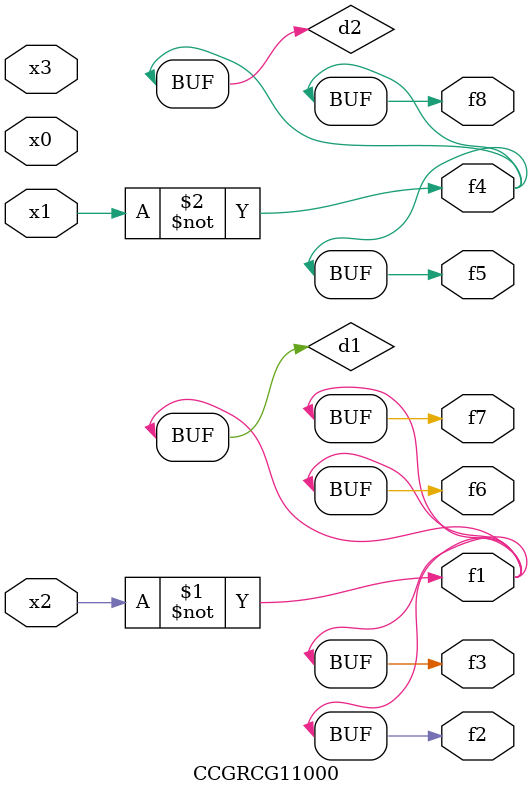
<source format=v>
module CCGRCG11000(
	input x0, x1, x2, x3,
	output f1, f2, f3, f4, f5, f6, f7, f8
);

	wire d1, d2;

	xnor (d1, x2);
	not (d2, x1);
	assign f1 = d1;
	assign f2 = d1;
	assign f3 = d1;
	assign f4 = d2;
	assign f5 = d2;
	assign f6 = d1;
	assign f7 = d1;
	assign f8 = d2;
endmodule

</source>
